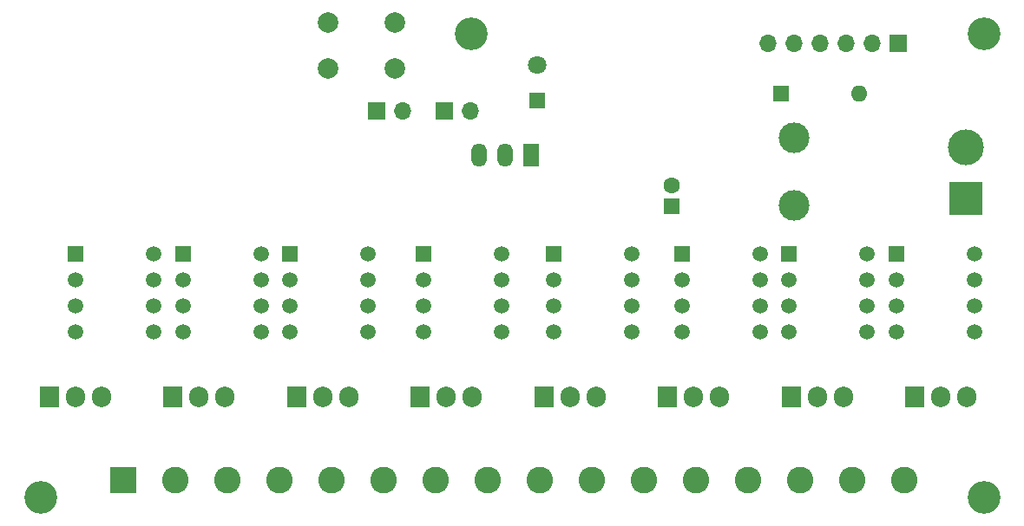
<source format=gbs>
G04 #@! TF.GenerationSoftware,KiCad,Pcbnew,(5.1.10)-1*
G04 #@! TF.CreationDate,2021-12-04T14:44:31-06:00*
G04 #@! TF.ProjectId,ESP32LedDriverV2,45535033-324c-4656-9444-726976657256,rev?*
G04 #@! TF.SameCoordinates,Original*
G04 #@! TF.FileFunction,Soldermask,Bot*
G04 #@! TF.FilePolarity,Negative*
%FSLAX46Y46*%
G04 Gerber Fmt 4.6, Leading zero omitted, Abs format (unit mm)*
G04 Created by KiCad (PCBNEW (5.1.10)-1) date 2021-12-04 14:44:31*
%MOMM*%
%LPD*%
G01*
G04 APERTURE LIST*
%ADD10O,1.700000X1.700000*%
%ADD11R,1.700000X1.700000*%
%ADD12C,3.200000*%
%ADD13O,1.600000X1.600000*%
%ADD14R,1.600000X1.600000*%
%ADD15C,1.498600*%
%ADD16R,1.498600X1.498600*%
%ADD17C,1.800000*%
%ADD18O,1.500000X2.300000*%
%ADD19R,1.500000X2.300000*%
%ADD20C,2.000000*%
%ADD21O,1.905000X2.000000*%
%ADD22R,1.905000X2.000000*%
%ADD23C,3.000000*%
%ADD24C,2.600000*%
%ADD25R,2.600000X2.600000*%
%ADD26C,3.500000*%
%ADD27R,3.200000X3.200000*%
%ADD28C,1.600000*%
G04 APERTURE END LIST*
D10*
G04 #@! TO.C,JP2*
X89875800Y-74245400D03*
D11*
X87335800Y-74245400D03*
G04 #@! TD*
D10*
G04 #@! TO.C,JP1*
X83297200Y-74245400D03*
D11*
X80757200Y-74245400D03*
G04 #@! TD*
D12*
G04 #@! TO.C,H1*
X48000000Y-112000000D03*
G04 #@! TD*
D10*
G04 #@! TO.C,J3*
X118984200Y-67692200D03*
X121524200Y-67692200D03*
X124064200Y-67692200D03*
X126604200Y-67692200D03*
X129144200Y-67692200D03*
D11*
X131684200Y-67692200D03*
G04 #@! TD*
D13*
G04 #@! TO.C,D2*
X127874200Y-72569000D03*
D14*
X120254200Y-72569000D03*
G04 #@! TD*
D15*
G04 #@! TO.C,U8*
X92949200Y-88209120D03*
X92949200Y-90749120D03*
X92949200Y-93289120D03*
X92949200Y-95829120D03*
X85329200Y-95829120D03*
X85329200Y-93289120D03*
X85329200Y-90749120D03*
D16*
X85329200Y-88209120D03*
G04 #@! TD*
D17*
G04 #@! TO.C,C3*
X96403160Y-69786620D03*
D14*
X96403160Y-73286620D03*
G04 #@! TD*
D12*
G04 #@! TO.C,H4*
X140000000Y-66700000D03*
G04 #@! TD*
G04 #@! TO.C,H3*
X90000000Y-66700000D03*
G04 #@! TD*
G04 #@! TO.C,H2*
X140000000Y-112000000D03*
G04 #@! TD*
D15*
G04 #@! TO.C,U12*
X139086200Y-88209120D03*
X139086200Y-90749120D03*
X139086200Y-93289120D03*
X139086200Y-95829120D03*
X131466200Y-95829120D03*
X131466200Y-93289120D03*
X131466200Y-90749120D03*
D16*
X131466200Y-88209120D03*
G04 #@! TD*
D15*
G04 #@! TO.C,U11*
X128631600Y-88209120D03*
X128631600Y-90749120D03*
X128631600Y-93289120D03*
X128631600Y-95829120D03*
X121011600Y-95829120D03*
X121011600Y-93289120D03*
X121011600Y-90749120D03*
D16*
X121011600Y-88209120D03*
G04 #@! TD*
D15*
G04 #@! TO.C,U10*
X118222200Y-88209120D03*
X118222200Y-90749120D03*
X118222200Y-93289120D03*
X118222200Y-95829120D03*
X110602200Y-95829120D03*
X110602200Y-93289120D03*
X110602200Y-90749120D03*
D16*
X110602200Y-88209120D03*
G04 #@! TD*
D15*
G04 #@! TO.C,U9*
X105623800Y-88209120D03*
X105623800Y-90749120D03*
X105623800Y-93289120D03*
X105623800Y-95829120D03*
X98003800Y-95829120D03*
X98003800Y-93289120D03*
X98003800Y-90749120D03*
D16*
X98003800Y-88209120D03*
G04 #@! TD*
D15*
G04 #@! TO.C,U7*
X79956660Y-88209120D03*
X79956660Y-90749120D03*
X79956660Y-93289120D03*
X79956660Y-95829120D03*
X72336660Y-95829120D03*
X72336660Y-93289120D03*
X72336660Y-90749120D03*
D16*
X72336660Y-88209120D03*
G04 #@! TD*
D15*
G04 #@! TO.C,U6*
X69505000Y-88209120D03*
X69505000Y-90749120D03*
X69505000Y-93289120D03*
X69505000Y-95829120D03*
X61885000Y-95829120D03*
X61885000Y-93289120D03*
X61885000Y-90749120D03*
D16*
X61885000Y-88209120D03*
G04 #@! TD*
D15*
G04 #@! TO.C,U5*
X59001660Y-88209120D03*
X59001660Y-90749120D03*
X59001660Y-93289120D03*
X59001660Y-95829120D03*
X51381660Y-95829120D03*
X51381660Y-93289120D03*
X51381660Y-90749120D03*
D16*
X51381660Y-88209120D03*
G04 #@! TD*
D18*
G04 #@! TO.C,U2*
X90751660Y-78620620D03*
X93291660Y-78620620D03*
D19*
X95831660Y-78620620D03*
G04 #@! TD*
D20*
G04 #@! TO.C,SW1*
X76035200Y-70156000D03*
X76035200Y-65656000D03*
X82535200Y-70156000D03*
X82535200Y-65656000D03*
G04 #@! TD*
D21*
G04 #@! TO.C,Q10*
X138376660Y-102179120D03*
X135836660Y-102179120D03*
D22*
X133296660Y-102179120D03*
G04 #@! TD*
D21*
G04 #@! TO.C,Q9*
X126311660Y-102179120D03*
X123771660Y-102179120D03*
D22*
X121231660Y-102179120D03*
G04 #@! TD*
D21*
G04 #@! TO.C,Q8*
X114246660Y-102179120D03*
X111706660Y-102179120D03*
D22*
X109166660Y-102179120D03*
G04 #@! TD*
D21*
G04 #@! TO.C,Q7*
X102181660Y-102179120D03*
X99641660Y-102179120D03*
D22*
X97101660Y-102179120D03*
G04 #@! TD*
D21*
G04 #@! TO.C,Q6*
X90116660Y-102179120D03*
X87576660Y-102179120D03*
D22*
X85036660Y-102179120D03*
G04 #@! TD*
D21*
G04 #@! TO.C,Q5*
X78051660Y-102179120D03*
X75511660Y-102179120D03*
D22*
X72971660Y-102179120D03*
G04 #@! TD*
D21*
G04 #@! TO.C,Q4*
X65986660Y-102179120D03*
X63446660Y-102179120D03*
D22*
X60906660Y-102179120D03*
G04 #@! TD*
D21*
G04 #@! TO.C,Q3*
X53921660Y-102179120D03*
X51381660Y-102179120D03*
D22*
X48841660Y-102179120D03*
G04 #@! TD*
D23*
G04 #@! TO.C,L1*
X121524200Y-83487000D03*
X121524200Y-76887000D03*
G04 #@! TD*
D24*
G04 #@! TO.C,J2*
X132217160Y-110370620D03*
X127137160Y-110370620D03*
X122057160Y-110370620D03*
X116977160Y-110370620D03*
X111897160Y-110370620D03*
X106817160Y-110370620D03*
X101737160Y-110370620D03*
X96657160Y-110370620D03*
X91577160Y-110370620D03*
X86497160Y-110370620D03*
X81417160Y-110370620D03*
X76337160Y-110370620D03*
X71257160Y-110370620D03*
X66177160Y-110370620D03*
X61097160Y-110370620D03*
D25*
X56017160Y-110370620D03*
G04 #@! TD*
D26*
G04 #@! TO.C,J1*
X138249660Y-77811620D03*
D27*
X138249660Y-82811620D03*
G04 #@! TD*
D28*
G04 #@! TO.C,C1*
X109535400Y-81541800D03*
D14*
X109535400Y-83541800D03*
G04 #@! TD*
M02*

</source>
